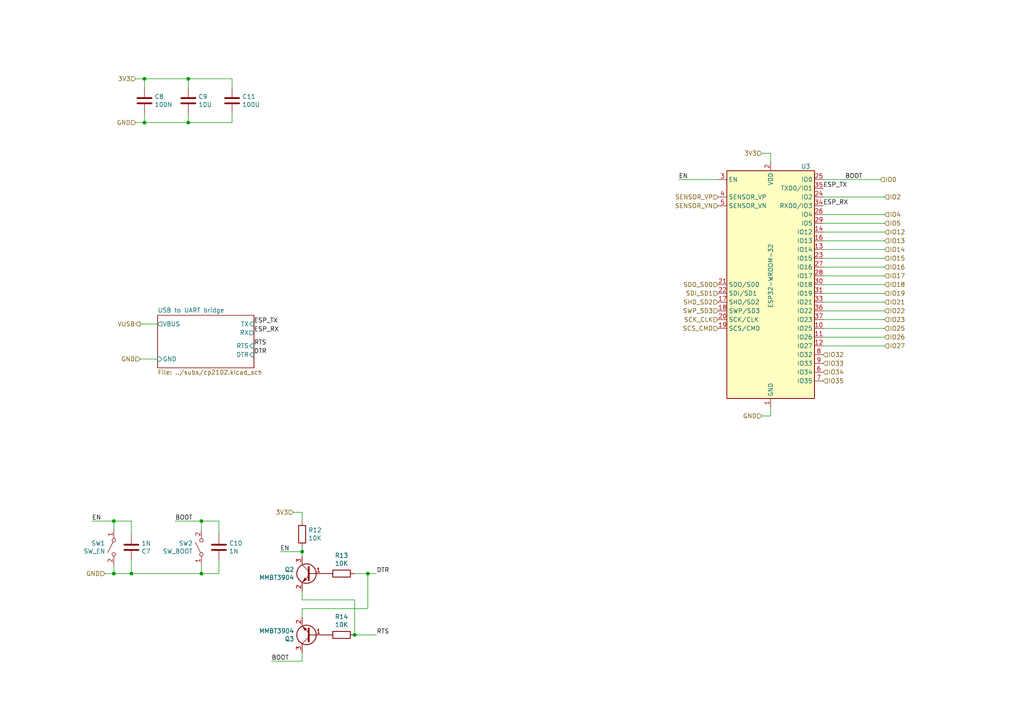
<source format=kicad_sch>
(kicad_sch (version 20211123) (generator eeschema)
  (paper "A4")
  (lib_symbols
    (symbol "Device:C" (pin_numbers hide) (pin_names (offset 0.254))
      (property "Reference" "C" (at 0.635 2.54 0))
      (property "Value" "C" (at 0.635 -2.54 0))
      (symbol "C_0_1"
        (polyline (pts (xy -2.032 -0.762) (xy 2.032 -0.762)) (stroke (width 0.508)))
        (polyline (pts (xy -2.032 0.762) (xy 2.032 0.762)) (stroke (width 0.508)))
      )
      (symbol "C_1_1"
        (pin passive line (at 0 3.81 270) (length 2.794) (name "~") (number "1"))
        (pin passive line (at 0 -3.81 90) (length 2.794) (name "~") (number "2"))
      )
    )
    (symbol "Device:R" (pin_numbers hide) (pin_names (offset 0))
      (property "Reference" "R" (at 2.032 0 90))
      (property "Value" "R" (at 0 0 90))
      (symbol "R_0_1"
        (rectangle (start -1.016 -2.54) (end 1.016 2.54) (stroke (width 0.254)))
      )
      (symbol "R_1_1"
        (pin passive line (at 0 3.81 270) (length 1.27) (name "~") (number "1"))
        (pin passive line (at 0 -3.81 90) (length 1.27) (name "~") (number "2"))
      )
    )
    (symbol "RF_Module:ESP32-WROOM-32"
      (property "Reference" "U" (at -12.7 34.29 0))
      (property "Value" "ESP32-WROOM-32" (at 1.27 34.29 0))
      (symbol "ESP32-WROOM-32_0_1"
        (rectangle (start -12.7 33.02) (end 12.7 -33.02) (stroke (width 0.254)) (fill (type background)))
      )
      (symbol "ESP32-WROOM-32_1_1"
        (pin power_in line (at 0 -35.56 90) (length 2.54) (name "GND") (number "1"))
        (pin bidirectional line (at 15.24 -12.7 180) (length 2.54) (name "IO25") (number "10"))
        (pin bidirectional line (at 15.24 -15.24 180) (length 2.54) (name "IO26") (number "11"))
        (pin bidirectional line (at 15.24 -17.78 180) (length 2.54) (name "IO27") (number "12"))
        (pin bidirectional line (at 15.24 10.16 180) (length 2.54) (name "IO14") (number "13"))
        (pin bidirectional line (at 15.24 15.24 180) (length 2.54) (name "IO12") (number "14"))
        (pin passive line (at 0 -35.56 90) (length 2.54) hide (name "GND") (number "15"))
        (pin bidirectional line (at 15.24 12.7 180) (length 2.54) (name "IO13") (number "16"))
        (pin bidirectional line (at -15.24 -5.08 0) (length 2.54) (name "SHD/SD2") (number "17"))
        (pin bidirectional line (at -15.24 -7.62 0) (length 2.54) (name "SWP/SD3") (number "18"))
        (pin bidirectional line (at -15.24 -12.7 0) (length 2.54) (name "SCS/CMD") (number "19"))
        (pin power_in line (at 0 35.56 270) (length 2.54) (name "VDD") (number "2"))
        (pin bidirectional line (at -15.24 -10.16 0) (length 2.54) (name "SCK/CLK") (number "20"))
        (pin bidirectional line (at -15.24 0 0) (length 2.54) (name "SDO/SD0") (number "21"))
        (pin bidirectional line (at -15.24 -2.54 0) (length 2.54) (name "SDI/SD1") (number "22"))
        (pin bidirectional line (at 15.24 7.62 180) (length 2.54) (name "IO15") (number "23"))
        (pin bidirectional line (at 15.24 25.4 180) (length 2.54) (name "IO2") (number "24"))
        (pin bidirectional line (at 15.24 30.48 180) (length 2.54) (name "IO0") (number "25"))
        (pin bidirectional line (at 15.24 20.32 180) (length 2.54) (name "IO4") (number "26"))
        (pin bidirectional line (at 15.24 5.08 180) (length 2.54) (name "IO16") (number "27"))
        (pin bidirectional line (at 15.24 2.54 180) (length 2.54) (name "IO17") (number "28"))
        (pin bidirectional line (at 15.24 17.78 180) (length 2.54) (name "IO5") (number "29"))
        (pin input line (at -15.24 30.48 0) (length 2.54) (name "EN") (number "3"))
        (pin bidirectional line (at 15.24 0 180) (length 2.54) (name "IO18") (number "30"))
        (pin bidirectional line (at 15.24 -2.54 180) (length 2.54) (name "IO19") (number "31"))
        (pin no_connect line (at -12.7 -27.94 0) (length 2.54) hide (name "NC") (number "32"))
        (pin bidirectional line (at 15.24 -5.08 180) (length 2.54) (name "IO21") (number "33"))
        (pin bidirectional line (at 15.24 22.86 180) (length 2.54) (name "RXD0/IO3") (number "34"))
        (pin bidirectional line (at 15.24 27.94 180) (length 2.54) (name "TXD0/IO1") (number "35"))
        (pin bidirectional line (at 15.24 -7.62 180) (length 2.54) (name "IO22") (number "36"))
        (pin bidirectional line (at 15.24 -10.16 180) (length 2.54) (name "IO23") (number "37"))
        (pin passive line (at 0 -35.56 90) (length 2.54) hide (name "GND") (number "38"))
        (pin passive line (at 0 -35.56 90) (length 2.54) hide (name "GND") (number "39"))
        (pin input line (at -15.24 25.4 0) (length 2.54) (name "SENSOR_VP") (number "4"))
        (pin input line (at -15.24 22.86 0) (length 2.54) (name "SENSOR_VN") (number "5"))
        (pin input line (at 15.24 -25.4 180) (length 2.54) (name "IO34") (number "6"))
        (pin input line (at 15.24 -27.94 180) (length 2.54) (name "IO35") (number "7"))
        (pin bidirectional line (at 15.24 -20.32 180) (length 2.54) (name "IO32") (number "8"))
        (pin bidirectional line (at 15.24 -22.86 180) (length 2.54) (name "IO33") (number "9"))
      )
    )
    (symbol "Switch:SW_SPST" (pin_names (offset 0) hide)
      (property "Reference" "SW" (at 0 3.175 0))
      (property "Value" "SW_SPST" (at 0 -2.54 0))
      (symbol "SW_SPST_0_0"
        (circle (center -2.032 0) (radius 0.508))
        (polyline (pts (xy -1.524 0.254) (xy 1.524 1.778)))
        (circle (center 2.032 0) (radius 0.508))
      )
      (symbol "SW_SPST_1_1"
        (pin passive line (at -5.08 0 0) (length 2.54) (name "A") (number "1"))
        (pin passive line (at 5.08 0 180) (length 2.54) (name "B") (number "2"))
      )
    )
    (symbol "Transistor_BJT:MMBT3904" (pin_names (offset 0) hide)
      (property "Reference" "Q" (at 5.08 1.905 0))
      (property "Value" "MMBT3904" (at 5.08 0 0))
      (symbol "MMBT3904_0_1"
        (polyline (pts (xy 0.635 0.635) (xy 2.54 2.54)))
        (polyline (pts (xy 0.635 -0.635) (xy 2.54 -2.54) (xy 2.54 -2.54)))
        (polyline (pts (xy 0.635 1.905) (xy 0.635 -1.905) (xy 0.635 -1.905)) (stroke (width 0.508)))
        (polyline (pts (xy 1.27 -1.778) (xy 1.778 -1.27) (xy 2.286 -2.286) (xy 1.27 -1.778) (xy 1.27 -1.778)) (fill (type outline)))
        (circle (center 1.27 0) (radius 2.8194) (stroke (width 0.254)))
      )
      (symbol "MMBT3904_1_1"
        (pin input line (at -5.08 0 0) (length 5.715) (name "B") (number "1"))
        (pin passive line (at 2.54 -5.08 90) (length 2.54) (name "E") (number "2"))
        (pin passive line (at 2.54 5.08 270) (length 2.54) (name "C") (number "3"))
      )
    )
  )
  (junction (at 54.61 22.86))
  (junction (at 87.63 160.02))
  (junction (at 54.61 35.56))
  (junction (at 106.68 166.37))
  (junction (at 41.91 22.86))
  (junction (at 58.42 151.13))
  (junction (at 58.42 166.37))
  (junction (at 33.02 151.13))
  (junction (at 102.87 184.15))
  (junction (at 33.02 166.37))
  (junction (at 41.91 35.56))
  (junction (at 38.1 166.37))
  (wire (pts (xy 256.54 77.47) (xy 238.76 77.47)))
  (wire (pts (xy 256.54 62.23) (xy 238.76 62.23)))
  (wire (pts (xy 223.52 44.45) (xy 223.52 46.99)))
  (wire (pts (xy 67.31 35.56) (xy 67.31 33.02)))
  (wire (pts (xy 33.02 153.67) (xy 33.02 151.13)))
  (wire (pts (xy 87.63 176.53) (xy 106.68 176.53)))
  (wire (pts (xy 223.52 120.65) (xy 223.52 118.11)))
  (wire (pts (xy 58.42 151.13) (xy 63.5 151.13)))
  (wire (pts (xy 58.42 166.37) (xy 63.5 166.37)))
  (wire (pts (xy 67.31 22.86) (xy 54.61 22.86)))
  (wire (pts (xy 102.87 173.99) (xy 102.87 184.15)))
  (wire (pts (xy 256.54 87.63) (xy 238.76 87.63)))
  (wire (pts (xy 40.64 93.98) (xy 45.72 93.98)))
  (wire (pts (xy 220.98 44.45) (xy 223.52 44.45)))
  (wire (pts (xy 67.31 25.4) (xy 67.31 22.86)))
  (wire (pts (xy 256.54 74.93) (xy 238.76 74.93)))
  (wire (pts (xy 63.5 151.13) (xy 63.5 154.94)))
  (wire (pts (xy 33.02 151.13) (xy 38.1 151.13)))
  (wire (pts (xy 40.64 104.14) (xy 45.72 104.14)))
  (wire (pts (xy 54.61 33.02) (xy 54.61 35.56)))
  (wire (pts (xy 256.54 72.39) (xy 238.76 72.39)))
  (wire (pts (xy 196.85 52.07) (xy 208.28 52.07)))
  (wire (pts (xy 256.54 69.85) (xy 238.76 69.85)))
  (wire (pts (xy 41.91 25.4) (xy 41.91 22.86)))
  (wire (pts (xy 256.54 97.79) (xy 238.76 97.79)))
  (wire (pts (xy 54.61 25.4) (xy 54.61 22.86)))
  (wire (pts (xy 256.54 64.77) (xy 238.76 64.77)))
  (wire (pts (xy 38.1 151.13) (xy 38.1 154.94)))
  (wire (pts (xy 256.54 90.17) (xy 238.76 90.17)))
  (wire (pts (xy 87.63 161.29) (xy 87.63 160.02)))
  (wire (pts (xy 256.54 82.55) (xy 238.76 82.55)))
  (wire (pts (xy 256.54 67.31) (xy 238.76 67.31)))
  (wire (pts (xy 256.54 100.33) (xy 238.76 100.33)))
  (wire (pts (xy 38.1 166.37) (xy 58.42 166.37)))
  (wire (pts (xy 87.63 148.59) (xy 87.63 151.13)))
  (wire (pts (xy 41.91 22.86) (xy 39.37 22.86)))
  (wire (pts (xy 256.54 80.01) (xy 238.76 80.01)))
  (wire (pts (xy 26.67 151.13) (xy 33.02 151.13)))
  (wire (pts (xy 39.37 35.56) (xy 41.91 35.56)))
  (wire (pts (xy 255.27 52.07) (xy 238.76 52.07)))
  (wire (pts (xy 85.09 148.59) (xy 87.63 148.59)))
  (wire (pts (xy 63.5 166.37) (xy 63.5 162.56)))
  (wire (pts (xy 87.63 171.45) (xy 87.63 173.99)))
  (wire (pts (xy 106.68 166.37) (xy 109.22 166.37)))
  (wire (pts (xy 256.54 57.15) (xy 238.76 57.15)))
  (wire (pts (xy 78.74 191.77) (xy 87.63 191.77)))
  (wire (pts (xy 33.02 163.83) (xy 33.02 166.37)))
  (wire (pts (xy 54.61 22.86) (xy 41.91 22.86)))
  (wire (pts (xy 33.02 166.37) (xy 38.1 166.37)))
  (wire (pts (xy 256.54 95.25) (xy 238.76 95.25)))
  (wire (pts (xy 87.63 173.99) (xy 102.87 173.99)))
  (wire (pts (xy 87.63 191.77) (xy 87.63 189.23)))
  (wire (pts (xy 58.42 153.67) (xy 58.42 151.13)))
  (wire (pts (xy 30.48 166.37) (xy 33.02 166.37)))
  (wire (pts (xy 41.91 35.56) (xy 41.91 33.02)))
  (wire (pts (xy 106.68 176.53) (xy 106.68 166.37)))
  (wire (pts (xy 220.98 120.65) (xy 223.52 120.65)))
  (wire (pts (xy 54.61 35.56) (xy 67.31 35.56)))
  (wire (pts (xy 87.63 179.07) (xy 87.63 176.53)))
  (wire (pts (xy 256.54 92.71) (xy 238.76 92.71)))
  (wire (pts (xy 54.61 35.56) (xy 41.91 35.56)))
  (wire (pts (xy 256.54 85.09) (xy 238.76 85.09)))
  (wire (pts (xy 102.87 166.37) (xy 106.68 166.37)))
  (wire (pts (xy 109.22 184.15) (xy 102.87 184.15)))
  (wire (pts (xy 87.63 160.02) (xy 87.63 158.75)))
  (wire (pts (xy 58.42 163.83) (xy 58.42 166.37)))
  (wire (pts (xy 50.8 151.13) (xy 58.42 151.13)))
  (wire (pts (xy 81.28 160.02) (xy 87.63 160.02)))
  (wire (pts (xy 38.1 162.56) (xy 38.1 166.37)))
  (label "ESP_RX" (at 238.76 59.69 0))
  (label "BOOT" (at 250.19 52.07 180))
  (label "ESP_TX" (at 73.66 93.98 0))
  (label "EN" (at 26.67 151.13 0))
  (label "RTS" (at 73.66 100.33 0))
  (label "ESP_TX" (at 238.76 54.61 0))
  (label "DTR" (at 73.66 102.87 0))
  (label "BOOT" (at 78.74 191.77 0))
  (label "RTS" (at 109.22 184.15 0))
  (label "BOOT" (at 50.8 151.13 0))
  (label "ESP_RX" (at 73.66 96.52 0))
  (label "EN" (at 196.85 52.07 0))
  (label "DTR" (at 109.22 166.37 0))
  (label "EN" (at 81.28 160.02 0))
  (hierarchical_label "IO26" (shape input) (at 256.54 97.79 0))
  (hierarchical_label "IO4" (shape input) (at 256.54 62.23 0))
  (hierarchical_label "IO2" (shape input) (at 256.54 57.15 0))
  (hierarchical_label "IO22" (shape input) (at 256.54 90.17 0))
  (hierarchical_label "GND" (shape input) (at 40.64 104.14 180))
  (hierarchical_label "IO25" (shape input) (at 256.54 95.25 0))
  (hierarchical_label "IO0" (shape input) (at 255.27 52.07 0))
  (hierarchical_label "VUSB" (shape output) (at 40.64 93.98 180))
  (hierarchical_label "3V3" (shape input) (at 220.98 44.45 180))
  (hierarchical_label "GND" (shape input) (at 30.48 166.37 180))
  (hierarchical_label "IO27" (shape input) (at 256.54 100.33 0))
  (hierarchical_label "IO17" (shape input) (at 256.54 80.01 0))
  (hierarchical_label "IO35" (shape input) (at 238.76 110.49 0))
  (hierarchical_label "IO32" (shape input) (at 238.76 102.87 0))
  (hierarchical_label "GND" (shape input) (at 220.98 120.65 180))
  (hierarchical_label "IO15" (shape input) (at 256.54 74.93 0))
  (hierarchical_label "IO5" (shape input) (at 256.54 64.77 0))
  (hierarchical_label "SDO_SD0" (shape input) (at 208.28 82.55 180))
  (hierarchical_label "IO19" (shape input) (at 256.54 85.09 0))
  (hierarchical_label "IO14" (shape input) (at 256.54 72.39 0))
  (hierarchical_label "IO16" (shape input) (at 256.54 77.47 0))
  (hierarchical_label "SCK_CLK" (shape input) (at 208.28 92.71 180))
  (hierarchical_label "IO21" (shape input) (at 256.54 87.63 0))
  (hierarchical_label "SENSOR_VP" (shape input) (at 208.28 57.15 180))
  (hierarchical_label "SDI_SD1" (shape input) (at 208.28 85.09 180))
  (hierarchical_label "GND" (shape input) (at 39.37 35.56 180))
  (hierarchical_label "IO12" (shape input) (at 256.54 67.31 0))
  (hierarchical_label "IO13" (shape input) (at 256.54 69.85 0))
  (hierarchical_label "3V3" (shape input) (at 39.37 22.86 180))
  (hierarchical_label "3V3" (shape input) (at 85.09 148.59 180))
  (hierarchical_label "IO33" (shape input) (at 238.76 105.41 0))
  (hierarchical_label "SCS_CMD" (shape input) (at 208.28 95.25 180))
  (hierarchical_label "IO23" (shape input) (at 256.54 92.71 0))
  (hierarchical_label "SWP_SD3" (shape input) (at 208.28 90.17 180))
  (hierarchical_label "IO34" (shape input) (at 238.76 107.95 0))
  (hierarchical_label "SENSOR_VN" (shape input) (at 208.28 59.69 180))
  (hierarchical_label "IO18" (shape input) (at 256.54 82.55 0))
  (hierarchical_label "SHD_SD2" (shape input) (at 208.28 87.63 180))
  (symbol (lib_id "Transistor_BJT:MMBT3904") (at 90.17 166.37 0) (mirror y) (unit 1)
    (property "Reference" "Q2" (at 85.3186 165.2016 0) (effects (justify left)))
    (property "Value" "MMBT3904" (at 85.3186 167.513 0) (effects (justify left)))
    (property "Footprint" "Package_TO_SOT_SMD:SOT-23" (effects hide))
    (property "Datasheet" "https://www.onsemi.com/pub/Collateral/2N3903-D.PDF" (effects hide))
  )
  (symbol (lib_id "Transistor_BJT:MMBT3904") (at 90.17 184.15 180) (unit 1)
    (property "Reference" "Q3" (at 85.3186 185.3184 0) (effects (justify left)))
    (property "Value" "MMBT3904" (at 85.3186 183.007 0) (effects (justify left)))
    (property "Footprint" "Package_TO_SOT_SMD:SOT-23" (effects hide))
    (property "Datasheet" "https://www.onsemi.com/pub/Collateral/2N3903-D.PDF" (effects hide))
  )
  (symbol (lib_id "Switch:SW_SPST") (at 58.42 158.75 90) (unit 1)
    (property "Reference" "SW2" (at 55.9308 157.5816 90) (effects (justify left)))
    (property "Value" "SW_BOOT" (at 55.9308 159.893 90) (effects (justify left)))
    (property "Footprint" "william_switch:TS-1187A-x-x-x" (effects hide))
  )
  (symbol (lib_id "Switch:SW_SPST") (at 33.02 158.75 90) (mirror x) (unit 1)
    (property "Reference" "SW1" (at 30.5308 157.5816 90) (effects (justify left)))
    (property "Value" "SW_EN" (at 30.5308 159.893 90) (effects (justify left)))
    (property "Footprint" "william_switch:TS-1187A-x-x-x" (effects hide))
  )
  (symbol (lib_id "Device:C") (at 38.1 158.75 0) (mirror x) (unit 1)
    (property "Reference" "C7" (at 41.021 159.9184 0) (effects (justify left)))
    (property "Value" "1N" (at 41.021 157.607 0) (effects (justify left)))
    (property "Footprint" "Capacitor_SMD:C_0603_1608Metric" (effects hide))
  )
  (symbol (lib_id "Device:C") (at 63.5 158.75 0) (unit 1)
    (property "Reference" "C10" (at 66.421 157.5816 0) (effects (justify left)))
    (property "Value" "1N" (at 66.421 159.893 0) (effects (justify left)))
    (property "Footprint" "Capacitor_SMD:C_0603_1608Metric" (effects hide))
  )
  (symbol (lib_id "Device:R") (at 87.63 154.94 0) (unit 1)
    (property "Reference" "R12" (at 89.408 153.7716 0) (effects (justify left)))
    (property "Value" "10K" (at 89.408 156.083 0) (effects (justify left)))
    (property "Footprint" "Resistor_SMD:R_0603_1608Metric" (effects hide))
  )
  (symbol (lib_id "Device:R") (at 99.06 166.37 270) (unit 1)
    (property "Reference" "R13" (at 99.06 161.1122 90))
    (property "Value" "10K" (at 99.06 163.4236 90))
    (property "Footprint" "Resistor_SMD:R_0603_1608Metric" (effects hide))
  )
  (symbol (lib_id "Device:R") (at 99.06 184.15 270) (unit 1)
    (property "Reference" "R14" (at 99.06 178.8922 90))
    (property "Value" "10K" (at 99.06 181.2036 90))
    (property "Footprint" "Resistor_SMD:R_0603_1608Metric" (effects hide))
  )
  (symbol (lib_id "Device:C") (at 41.91 29.21 0) (unit 1)
    (property "Reference" "C8" (at 44.831 28.0416 0) (effects (justify left)))
    (property "Value" "100N" (at 44.831 30.353 0) (effects (justify left)))
    (property "Footprint" "Capacitor_SMD:C_0603_1608Metric" (effects hide))
  )
  (symbol (lib_id "Device:C") (at 54.61 29.21 0) (unit 1)
    (property "Reference" "C9" (at 57.531 28.0416 0) (effects (justify left)))
    (property "Value" "10U" (at 57.531 30.353 0) (effects (justify left)))
    (property "Footprint" "Capacitor_SMD:C_0805_2012Metric" (effects hide))
  )
  (symbol (lib_id "Device:C") (at 67.31 29.21 0) (unit 1)
    (property "Reference" "C11" (at 70.231 28.0416 0) (effects (justify left)))
    (property "Value" "100U" (at 70.231 30.353 0) (effects (justify left)))
    (property "Footprint" "Capacitor_THT:CP_Radial_D6.3mm_P2.50mm" (effects hide))
  )
  (symbol (lib_id "RF_Module:ESP32-WROOM-32") (at 223.52 82.55 0) (unit 1)
    (property "Reference" "U3" (at 233.68 48.26 0))
    (property "Value" "ESP32-WROOM-32" (at 223.52 80.01 90))
    (property "Footprint" "RF_Module:ESP32-WROOM-32" (effects hide))
    (property "Datasheet" "https://www.espressif.com/sites/default/files/documentation/esp32-wroom-32_datasheet_en.pdf" (effects hide))
  )
  (sheet (at 45.72 91.44) (size 27.94 15.24)
    (property "Sheet name" "USB to UART bridge" (at 45.72 90.7284 0) (effects (justify left bottom)))
    (property "Sheet file" "../subs/cp2102.kicad_sch" (at 45.72 107.2646 0) (effects (justify left top)))
    (pin "GND" input (at 45.72 104.14 180))
    (pin "VBUS" output (at 45.72 93.98 180))
    (pin "TX" input (at 73.66 93.98 0))
    (pin "RX" output (at 73.66 96.52 0))
    (pin "RTS" input (at 73.66 100.33 0))
    (pin "DTR" input (at 73.66 102.87 0))
  )
)
</source>
